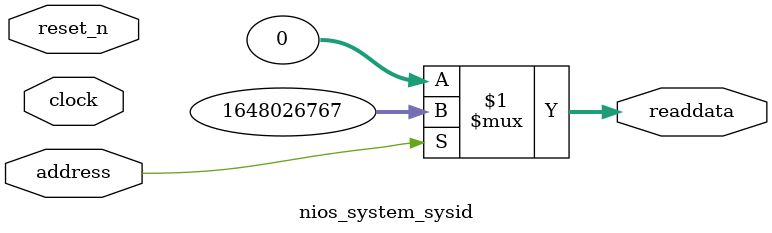
<source format=v>



// synthesis translate_off
`timescale 1ns / 1ps
// synthesis translate_on

// turn off superfluous verilog processor warnings 
// altera message_level Level1 
// altera message_off 10034 10035 10036 10037 10230 10240 10030 

module nios_system_sysid (
               // inputs:
                address,
                clock,
                reset_n,

               // outputs:
                readdata
             )
;

  output  [ 31: 0] readdata;
  input            address;
  input            clock;
  input            reset_n;

  wire    [ 31: 0] readdata;
  //control_slave, which is an e_avalon_slave
  assign readdata = address ? 1648026767 : 0;

endmodule



</source>
